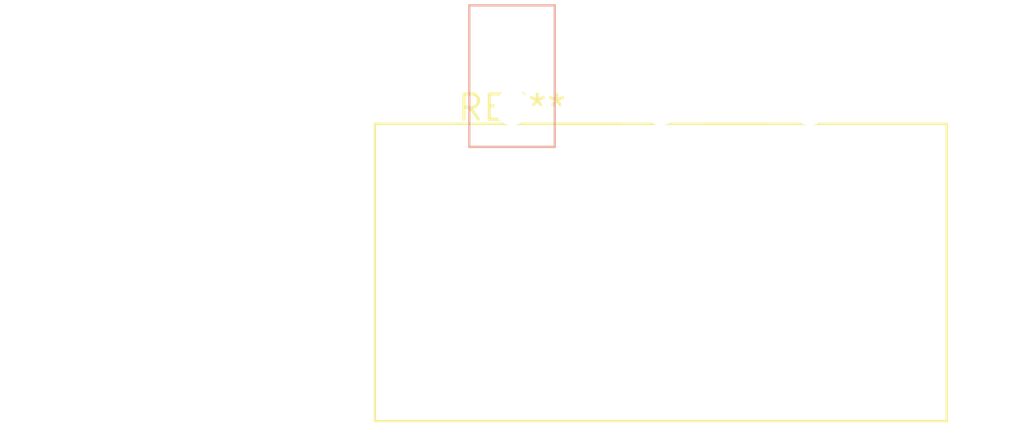
<source format=kicad_pcb>
(kicad_pcb (version 20240108) (generator pcbnew)
  (layers (0 "F.Cu" signal) (31 "B.Cu" signal) (34 "B.Paste" user) (35 "F.Paste" user) (36 "B.SilkS" user "B.Silkscreen") (37 "F.SilkS" user "F.Silkscreen") (38 "B.Mask" user) (39 "F.Mask" user) (44 "Edge.Cuts" user))
  (net 0 "")
  (footprint "Molex_Sabre_46007-1103_1x03_P7.49mm_Horizontal" (layer "F.Cu") (at 0 0)
    (property "Reference" "REF**")
    (property "Value" "Molex_Sabre_46007-1103_1x03_P7.49mm_Horizontal")
    (fp_line (start -2.15 -5.155) (end -2.15 1.975) (layer "B.SilkS") (stroke (width 0.12)))
    (fp_line (start -2.15 1.975) (end 2.15 1.975) (layer "B.SilkS") (stroke (width 0.12)))
    (fp_line (start 2.15 -5.155) (end -2.15 -5.155) (layer "B.SilkS") (stroke (width 0.12)))
    (fp_line (start 2.15 1.975) (end 2.15 -5.155) (layer "B.SilkS") (stroke (width 0.12)))
    (fp_line (start -6.9 0.815) (end -6.9 15.795) (layer "F.SilkS") (stroke (width 0.12)))
    (fp_line (start -6.9 15.795) (end 21.88 15.795) (layer "F.SilkS") (stroke (width 0.12)))
    (fp_line (start -2.15 0.815) (end -2.15 -4.895) (layer "F.SilkS") (stroke (width 0.12)))
    (fp_line (start 2.15 0.815) (end 5.34 0.815) (layer "F.SilkS") (stroke (width 0.12)))
    (fp_line (start 9.64 0.815) (end 12.83 0.815) (layer "F.SilkS") (stroke (width 0.12)))
    (fp_line (start 21.88 0.815) (end -6.9 0.815) (layer "F.SilkS") (stroke (width 0.12)))
    (fp_line (start 21.88 15.795) (end 21.88 0.815) (layer "F.SilkS") (stroke (width 0.12)))
    (pad "1" thru_hole rect (at 0 -3.18) (size 3.78 3.43) (drill 1.78) (layers *.Cu *.Mask) (remove_unused_layers))
    (pad "1" thru_hole rect (at 0 0) (size 3.78 3.43) (drill 1.78) (layers *.Cu *.Mask) (remove_unused_layers))
    (pad "2" thru_hole rect (at 7.49 -3.18) (size 3.78 3.43) (drill 1.78) (layers *.Cu *.Mask) (remove_unused_layers))
    (pad "2" thru_hole rect (at 7.49 0) (size 3.78 3.43) (drill 1.78) (layers *.Cu *.Mask) (remove_unused_layers))
    (pad "3" thru_hole rect (at 14.98 -3.18) (size 3.78 3.43) (drill 1.78) (layers *.Cu *.Mask) (remove_unused_layers))
    (pad "3" thru_hole rect (at 14.98 0) (size 3.78 3.43) (drill 1.78) (layers *.Cu *.Mask) (remove_unused_layers))
  )
)
</source>
